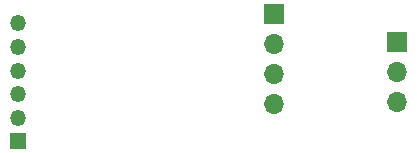
<source format=gbr>
%TF.GenerationSoftware,KiCad,Pcbnew,7.0.6-1.fc38*%
%TF.CreationDate,2023-08-14T18:07:14+02:00*%
%TF.ProjectId,ESP12F_INSPIRE_WIFI,45535031-3246-45f4-994e-53504952455f,rev?*%
%TF.SameCoordinates,Original*%
%TF.FileFunction,Soldermask,Bot*%
%TF.FilePolarity,Negative*%
%FSLAX46Y46*%
G04 Gerber Fmt 4.6, Leading zero omitted, Abs format (unit mm)*
G04 Created by KiCad (PCBNEW 7.0.6-1.fc38) date 2023-08-14 18:07:14*
%MOMM*%
%LPD*%
G01*
G04 APERTURE LIST*
%ADD10R,1.700000X1.700000*%
%ADD11O,1.700000X1.700000*%
%ADD12R,1.350000X1.350000*%
%ADD13O,1.350000X1.350000*%
G04 APERTURE END LIST*
D10*
%TO.C,J3*%
X135636000Y-71755000D03*
D11*
X135636000Y-74295000D03*
X135636000Y-76835000D03*
%TD*%
D12*
%TO.C,J2*%
X103505000Y-80136000D03*
D13*
X103505000Y-78136000D03*
X103505000Y-76136000D03*
X103505000Y-74136000D03*
X103505000Y-72136000D03*
X103505000Y-70136000D03*
%TD*%
D10*
%TO.C,J1*%
X125222000Y-69342000D03*
D11*
X125222000Y-71882000D03*
X125222000Y-74422000D03*
X125222000Y-76962000D03*
%TD*%
M02*

</source>
